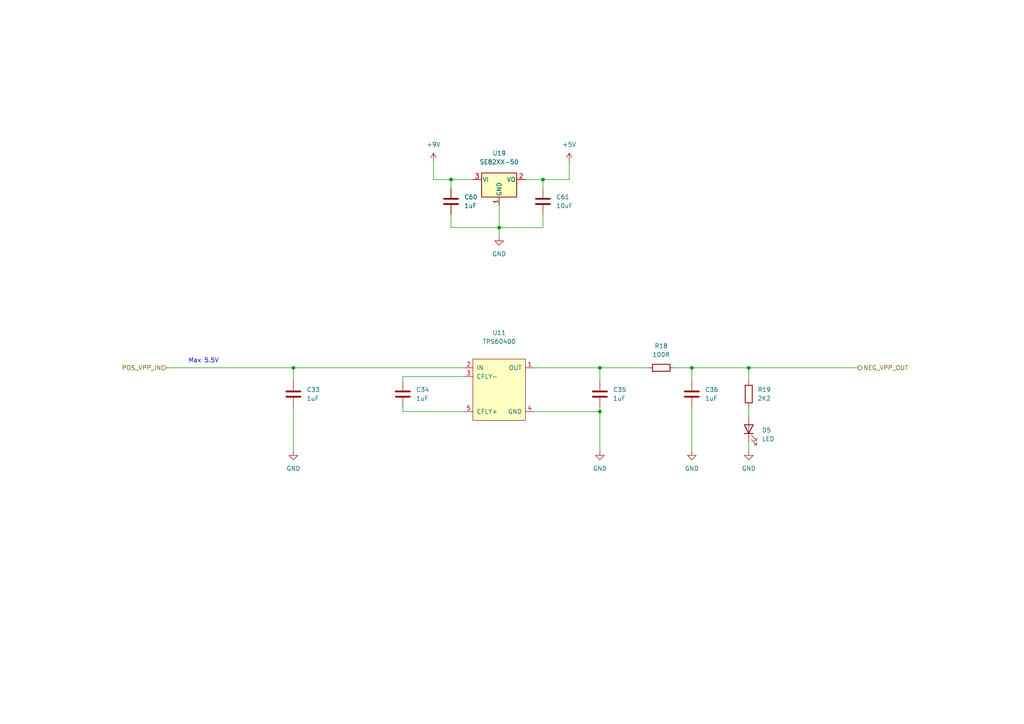
<source format=kicad_sch>
(kicad_sch (version 20211123) (generator eeschema)
  (paper "A4")
  (lib_symbols
    (symbol "Device:C" (pin_numbers hide) (pin_names (offset 0.254))
      (property "Reference" "C" (at 0.635 2.54 0))
      (property "Value" "C" (at 0.635 -2.54 0))
      (symbol "C_0_1"
        (polyline (pts (xy -2.032 -0.762) (xy 2.032 -0.762)) (stroke (width 0.508)))
        (polyline (pts (xy -2.032 0.762) (xy 2.032 0.762)) (stroke (width 0.508)))
      )
      (symbol "C_1_1"
        (pin passive line (at 0 3.81 270) (length 2.794) (name "~") (number "1"))
        (pin passive line (at 0 -3.81 90) (length 2.794) (name "~") (number "2"))
      )
    )
    (symbol "Device:LED" (pin_numbers hide) (pin_names (offset 1.016) hide)
      (property "Reference" "D" (at 0 2.54 0))
      (property "Value" "LED" (at 0 -2.54 0))
      (symbol "LED_0_1"
        (polyline (pts (xy -1.27 -1.27) (xy -1.27 1.27)) (stroke (width 0.254)))
        (polyline (pts (xy -1.27 0) (xy 1.27 0)))
        (polyline (pts (xy 1.27 -1.27) (xy 1.27 1.27) (xy -1.27 0) (xy 1.27 -1.27)) (stroke (width 0.254)))
        (polyline (pts (xy -3.048 -0.762) (xy -4.572 -2.286) (xy -3.81 -2.286) (xy -4.572 -2.286) (xy -4.572 -1.524)))
        (polyline (pts (xy -1.778 -0.762) (xy -3.302 -2.286) (xy -2.54 -2.286) (xy -3.302 -2.286) (xy -3.302 -1.524)))
      )
      (symbol "LED_1_1"
        (pin passive line (at -3.81 0 0) (length 2.54) (name "K") (number "1"))
        (pin passive line (at 3.81 0 180) (length 2.54) (name "A") (number "2"))
      )
    )
    (symbol "Device:R" (pin_numbers hide) (pin_names (offset 0))
      (property "Reference" "R" (at 2.032 0 90))
      (property "Value" "R" (at 0 0 90))
      (symbol "R_0_1"
        (rectangle (start -1.016 -2.54) (end 1.016 2.54) (stroke (width 0.254)))
      )
      (symbol "R_1_1"
        (pin passive line (at 0 3.81 270) (length 1.27) (name "~") (number "1"))
        (pin passive line (at 0 -3.81 90) (length 1.27) (name "~") (number "2"))
      )
    )
    (symbol "Regulator_Linear:AP1117-33" (pin_names (offset 0.254))
      (property "Reference" "U" (at -3.81 3.175 0))
      (property "Value" "AP1117-33" (at 0 3.175 0))
      (symbol "AP1117-33_0_1"
        (rectangle (start -5.08 -5.08) (end 5.08 1.905) (stroke (width 0.254)) (fill (type background)))
      )
      (symbol "AP1117-33_1_1"
        (pin power_in line (at 0 -7.62 90) (length 2.54) (name "GND") (number "1"))
        (pin power_out line (at 7.62 0 180) (length 2.54) (name "VO") (number "2"))
        (pin power_in line (at -7.62 0 0) (length 2.54) (name "VI") (number "3"))
      )
    )
    (symbol "TPS6040x:TPS60400" (pin_names (offset 1.016))
      (property "Reference" "U" (at 0 12.7 0))
      (property "Value" "TPS60400" (at 0 10.16 0))
      (property "Footprint" "Package_TO_SOT_SMD:SOT-23-5_HandSoldering" (at 1.27 15.24 0))
      (symbol "TPS60400_0_1"
        (rectangle (start -7.62 8.89) (end 7.62 -8.89) (fill (type background)))
      )
      (symbol "TPS60400_1_1"
        (pin power_out line (at 10.16 6.35 180) (length 2.54) (name "OUT") (number "1"))
        (pin power_in line (at -10.16 6.35 0) (length 2.54) (name "IN") (number "2"))
        (pin passive line (at -10.16 3.81 0) (length 2.54) (name "CFLY-") (number "3"))
        (pin passive line (at 10.16 -6.35 180) (length 2.54) (name "GND") (number "4"))
        (pin passive line (at -10.16 -6.35 0) (length 2.54) (name "CFLY+") (number "5"))
      )
    )
    (symbol "power:+5V" (power) (pin_names (offset 0))
      (property "Value" "+5V" (at 0 3.556 0))
      (symbol "+5V_0_1"
        (polyline (pts (xy -0.762 1.27) (xy 0 2.54)))
        (polyline (pts (xy 0 0) (xy 0 2.54)))
        (polyline (pts (xy 0 2.54) (xy 0.762 1.27)))
      )
      (symbol "+5V_1_1"
        (pin power_in line (at 0 0 90) (length 0) hide (name "+5V") (number "1"))
      )
    )
    (symbol "power:+9V" (power) (pin_names (offset 0))
      (property "Value" "+9V" (at 0 3.556 0))
      (symbol "+9V_0_1"
        (polyline (pts (xy -0.762 1.27) (xy 0 2.54)))
        (polyline (pts (xy 0 0) (xy 0 2.54)))
        (polyline (pts (xy 0 2.54) (xy 0.762 1.27)))
      )
      (symbol "+9V_1_1"
        (pin power_in line (at 0 0 90) (length 0) hide (name "+9V") (number "1"))
      )
    )
    (symbol "power:GND" (power) (pin_names (offset 0))
      (property "Value" "GND" (at 0 -3.81 0))
      (symbol "GND_0_1"
        (polyline (pts (xy 0 0) (xy 0 -1.27) (xy 1.27 -1.27) (xy 0 -2.54) (xy -1.27 -1.27) (xy 0 -1.27)))
      )
      (symbol "GND_1_1"
        (pin power_in line (at 0 0 270) (length 0) hide (name "GND") (number "1"))
      )
    )
  )
  (junction (at 85.09 106.68))
  (junction (at 173.99 106.68))
  (junction (at 217.17 106.68))
  (junction (at 144.78 66.04))
  (junction (at 157.48 52.07))
  (junction (at 130.81 52.07))
  (junction (at 200.66 106.68))
  (junction (at 173.99 119.38))
  (wire (pts (xy 157.48 52.07) (xy 157.48 54.61)))
  (wire (pts (xy 165.1 46.99) (xy 165.1 52.07)))
  (wire (pts (xy 130.81 52.07) (xy 125.73 52.07)))
  (wire (pts (xy 130.81 66.04) (xy 144.78 66.04)))
  (wire (pts (xy 217.17 118.11) (xy 217.17 120.65)))
  (wire (pts (xy 116.84 119.38) (xy 134.62 119.38)))
  (wire (pts (xy 144.78 66.04) (xy 144.78 68.58)))
  (wire (pts (xy 200.66 118.11) (xy 200.66 130.81)))
  (wire (pts (xy 200.66 106.68) (xy 217.17 106.68)))
  (wire (pts (xy 173.99 119.38) (xy 173.99 118.11)))
  (wire (pts (xy 48.26 106.68) (xy 85.09 106.68)))
  (wire (pts (xy 157.48 52.07) (xy 165.1 52.07)))
  (wire (pts (xy 173.99 119.38) (xy 173.99 130.81)))
  (wire (pts (xy 85.09 106.68) (xy 134.62 106.68)))
  (wire (pts (xy 85.09 110.49) (xy 85.09 106.68)))
  (wire (pts (xy 137.16 52.07) (xy 130.81 52.07)))
  (wire (pts (xy 195.58 106.68) (xy 200.66 106.68)))
  (wire (pts (xy 173.99 106.68) (xy 187.96 106.68)))
  (wire (pts (xy 154.94 106.68) (xy 173.99 106.68)))
  (wire (pts (xy 154.94 119.38) (xy 173.99 119.38)))
  (wire (pts (xy 217.17 106.68) (xy 248.92 106.68)))
  (wire (pts (xy 85.09 118.11) (xy 85.09 130.81)))
  (wire (pts (xy 173.99 106.68) (xy 173.99 110.49)))
  (wire (pts (xy 157.48 62.23) (xy 157.48 66.04)))
  (wire (pts (xy 217.17 106.68) (xy 217.17 110.49)))
  (wire (pts (xy 144.78 66.04) (xy 157.48 66.04)))
  (wire (pts (xy 144.78 59.69) (xy 144.78 66.04)))
  (wire (pts (xy 217.17 128.27) (xy 217.17 130.81)))
  (wire (pts (xy 200.66 106.68) (xy 200.66 110.49)))
  (wire (pts (xy 152.4 52.07) (xy 157.48 52.07)))
  (wire (pts (xy 116.84 118.11) (xy 116.84 119.38)))
  (wire (pts (xy 130.81 62.23) (xy 130.81 66.04)))
  (wire (pts (xy 130.81 52.07) (xy 130.81 54.61)))
  (wire (pts (xy 116.84 109.22) (xy 134.62 109.22)))
  (wire (pts (xy 125.73 46.99) (xy 125.73 52.07)))
  (wire (pts (xy 116.84 110.49) (xy 116.84 109.22)))
  (text "Max 5.5V" (at 54.61 105.41 0) (effects (font (size 1.27 1.27)) (justify left bottom)))
  (hierarchical_label "NEG_VPP_OUT" (shape output) (at 248.92 106.68 0))
  (hierarchical_label "POS_VPP_IN" (shape input) (at 48.26 106.68 180))
  (symbol (lib_id "Device:LED") (at 217.17 124.46 90) (unit 1)
    (property "Reference" "D5" (at 220.98 124.7774 90) (effects (justify right)))
    (property "Value" "LED" (at 220.98 127.3174 90) (effects (justify right)))
    (property "Footprint" "LED_SMD:LED_0805_2012Metric_Pad1.15x1.40mm_HandSolder" (effects hide))
  )
  (symbol (lib_id "power:GND") (at 85.09 130.81 0) (unit 1)
    (property "Reference" "#PWR052" (effects hide))
    (property "Value" "GND" (at 85.09 135.89 0))
  )
  (symbol (lib_id "power:GND") (at 217.17 130.81 0) (unit 1)
    (property "Reference" "#PWR055" (effects hide))
    (property "Value" "GND" (at 217.17 135.89 0))
  )
  (symbol (lib_id "Device:C") (at 173.99 114.3 0) (unit 1)
    (property "Reference" "C35" (at 177.8 113.0299 0) (effects (justify left)))
    (property "Value" "1uF" (at 177.8 115.5699 0) (effects (justify left)))
    (property "Footprint" "Capacitor_SMD:C_0805_2012Metric_Pad1.18x1.45mm_HandSolder" (effects hide))
  )
  (symbol (lib_id "Device:R") (at 191.77 106.68 90) (unit 1)
    (property "Reference" "R18" (at 191.77 100.33 90))
    (property "Value" "100R" (at 191.77 102.87 90))
  )
  (symbol (lib_id "power:GND") (at 173.99 130.81 0) (unit 1)
    (property "Reference" "#PWR053" (effects hide))
    (property "Value" "GND" (at 173.99 135.89 0))
  )
  (symbol (lib_id "power:+9V") (at 125.73 46.99 0) (unit 1)
    (property "Reference" "#PWR088" (effects hide))
    (property "Value" "+9V" (at 125.73 41.91 0))
  )
  (symbol (lib_id "TPS6040x:TPS60400") (at 144.78 113.03 0) (unit 1)
    (property "Reference" "U11" (at 144.78 96.52 0))
    (property "Value" "TPS60400" (at 144.78 99.06 0))
    (property "Footprint" "Package_TO_SOT_SMD:SOT-23-5_HandSoldering" (effects hide))
    (property "Datasheet" "http://www.ti.com/lit/ds/symlink/tps60402.pdf" (effects hide))
  )
  (symbol (lib_id "Regulator_Linear:AP1117-33") (at 144.78 52.07 0) (unit 1)
    (property "Reference" "U19" (at 144.78 44.45 0))
    (property "Value" "SE82XX-50" (at 144.78 46.99 0))
    (property "Footprint" "Package_TO_SOT_SMD:SOT-223-3_TabPin2" (effects hide))
    (property "Datasheet" "https://datasheet.lcsc.com/lcsc/1912111437_Seaward-Elec-SE8250X2_C437589.pdf" (effects hide))
  )
  (symbol (lib_id "power:+5V") (at 165.1 46.99 0) (unit 1)
    (property "Reference" "#PWR090" (effects hide))
    (property "Value" "+5V" (at 165.1 41.91 0))
  )
  (symbol (lib_id "power:GND") (at 144.78 68.58 0) (unit 1)
    (property "Reference" "#PWR089" (effects hide))
    (property "Value" "GND" (at 144.78 73.66 0))
  )
  (symbol (lib_id "Device:C") (at 200.66 114.3 0) (unit 1)
    (property "Reference" "C36" (at 204.47 113.0299 0) (effects (justify left)))
    (property "Value" "1uF" (at 204.47 115.5699 0) (effects (justify left)))
    (property "Footprint" "Capacitor_SMD:C_0805_2012Metric_Pad1.18x1.45mm_HandSolder" (effects hide))
  )
  (symbol (lib_id "Device:C") (at 157.48 58.42 0) (unit 1)
    (property "Reference" "C61" (at 161.29 57.1499 0) (effects (justify left)))
    (property "Value" "10uF" (at 161.29 59.6899 0) (effects (justify left)))
    (property "Footprint" "Capacitor_SMD:C_0805_2012Metric_Pad1.18x1.45mm_HandSolder" (effects hide))
  )
  (symbol (lib_id "Device:C") (at 85.09 114.3 0) (unit 1)
    (property "Reference" "C33" (at 88.9 113.0299 0) (effects (justify left)))
    (property "Value" "1uF" (at 88.9 115.5699 0) (effects (justify left)))
    (property "Footprint" "Capacitor_SMD:C_0805_2012Metric_Pad1.18x1.45mm_HandSolder" (effects hide))
  )
  (symbol (lib_id "power:GND") (at 200.66 130.81 0) (unit 1)
    (property "Reference" "#PWR054" (effects hide))
    (property "Value" "GND" (at 200.66 135.89 0))
  )
  (symbol (lib_id "Device:C") (at 130.81 58.42 0) (unit 1)
    (property "Reference" "C60" (at 134.62 57.1499 0) (effects (justify left)))
    (property "Value" "1uF" (at 134.62 59.6899 0) (effects (justify left)))
    (property "Footprint" "Capacitor_SMD:C_0805_2012Metric_Pad1.18x1.45mm_HandSolder" (effects hide))
  )
  (symbol (lib_id "Device:C") (at 116.84 114.3 0) (unit 1)
    (property "Reference" "C34" (at 120.65 113.0299 0) (effects (justify left)))
    (property "Value" "1uF" (at 120.65 115.5699 0) (effects (justify left)))
    (property "Footprint" "Capacitor_SMD:C_0805_2012Metric_Pad1.18x1.45mm_HandSolder" (effects hide))
  )
  (symbol (lib_id "Device:R") (at 217.17 114.3 0) (unit 1)
    (property "Reference" "R19" (at 219.71 113.0299 0) (effects (justify left)))
    (property "Value" "2K2" (at 219.71 115.5699 0) (effects (justify left)))
  )
)
</source>
